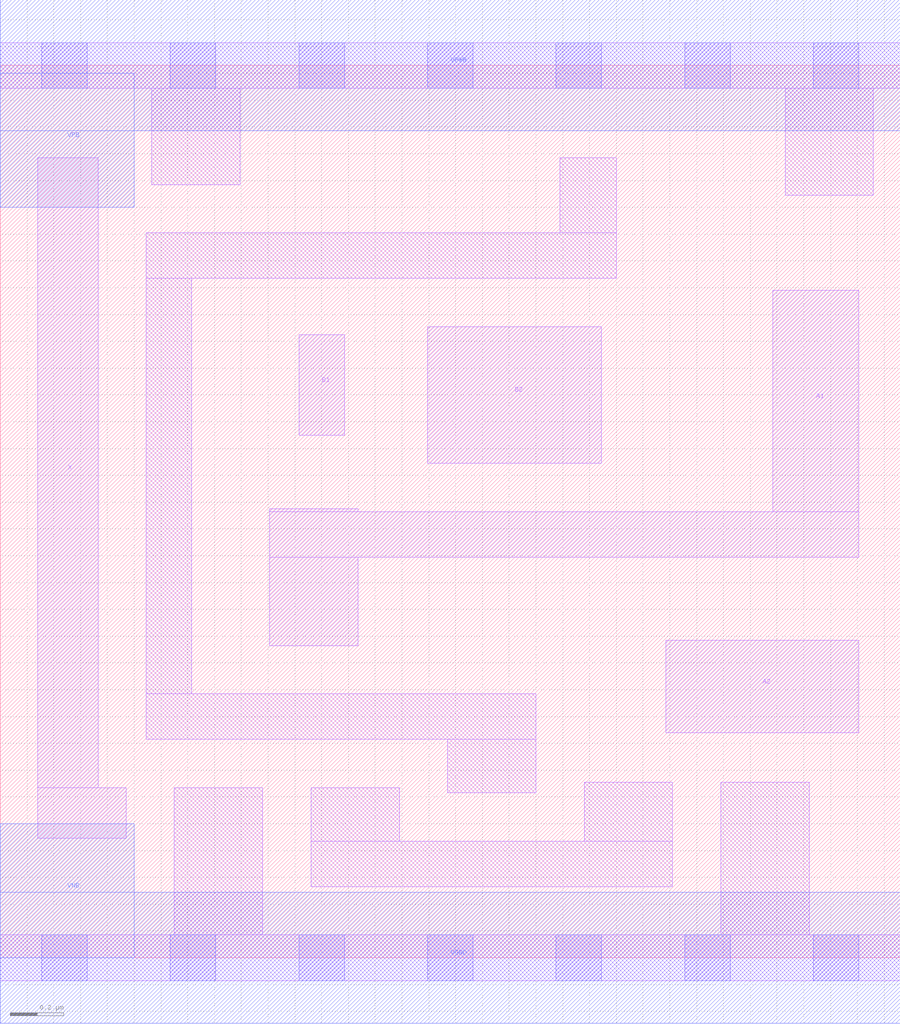
<source format=lef>
# Copyright 2020 The SkyWater PDK Authors
#
# Licensed under the Apache License, Version 2.0 (the "License");
# you may not use this file except in compliance with the License.
# You may obtain a copy of the License at
#
#     https://www.apache.org/licenses/LICENSE-2.0
#
# Unless required by applicable law or agreed to in writing, software
# distributed under the License is distributed on an "AS IS" BASIS,
# WITHOUT WARRANTIES OR CONDITIONS OF ANY KIND, either express or implied.
# See the License for the specific language governing permissions and
# limitations under the License.
#
# SPDX-License-Identifier: Apache-2.0

VERSION 5.5 ;
NAMESCASESENSITIVE ON ;
BUSBITCHARS "[]" ;
DIVIDERCHAR "/" ;
MACRO sky130_fd_sc_lp__o22a_m
  CLASS CORE ;
  SOURCE USER ;
  ORIGIN  0.000000  0.000000 ;
  SIZE  3.360000 BY  3.330000 ;
  SYMMETRY X Y R90 ;
  SITE unit ;
  PIN A1
    ANTENNAGATEAREA  0.126000 ;
    DIRECTION INPUT ;
    USE SIGNAL ;
    PORT
      LAYER li1 ;
        RECT 1.005000 1.165000 1.335000 1.495000 ;
        RECT 1.005000 1.495000 3.205000 1.665000 ;
        RECT 1.005000 1.665000 1.335000 1.675000 ;
        RECT 2.885000 1.665000 3.205000 2.490000 ;
    END
  END A1
  PIN A2
    ANTENNAGATEAREA  0.126000 ;
    DIRECTION INPUT ;
    USE SIGNAL ;
    PORT
      LAYER li1 ;
        RECT 2.485000 0.840000 3.205000 1.185000 ;
    END
  END A2
  PIN B1
    ANTENNAGATEAREA  0.126000 ;
    DIRECTION INPUT ;
    USE SIGNAL ;
    PORT
      LAYER li1 ;
        RECT 1.115000 1.950000 1.285000 2.325000 ;
    END
  END B1
  PIN B2
    ANTENNAGATEAREA  0.126000 ;
    DIRECTION INPUT ;
    USE SIGNAL ;
    PORT
      LAYER li1 ;
        RECT 1.595000 1.845000 2.245000 2.355000 ;
    END
  END B2
  PIN X
    ANTENNADIFFAREA  0.239400 ;
    DIRECTION OUTPUT ;
    USE SIGNAL ;
    PORT
      LAYER li1 ;
        RECT 0.140000 0.445000 0.470000 0.635000 ;
        RECT 0.140000 0.635000 0.365000 2.985000 ;
    END
  END X
  PIN VGND
    DIRECTION INOUT ;
    USE GROUND ;
    PORT
      LAYER met1 ;
        RECT 0.000000 -0.245000 3.360000 0.245000 ;
    END
  END VGND
  PIN VNB
    DIRECTION INOUT ;
    USE GROUND ;
    PORT
      LAYER met1 ;
        RECT 0.000000 0.000000 0.500000 0.500000 ;
    END
  END VNB
  PIN VPB
    DIRECTION INOUT ;
    USE POWER ;
    PORT
      LAYER met1 ;
        RECT 0.000000 2.800000 0.500000 3.300000 ;
    END
  END VPB
  PIN VPWR
    DIRECTION INOUT ;
    USE POWER ;
    PORT
      LAYER met1 ;
        RECT 0.000000 3.085000 3.360000 3.575000 ;
    END
  END VPWR
  OBS
    LAYER li1 ;
      RECT 0.000000 -0.085000 3.360000 0.085000 ;
      RECT 0.000000  3.245000 3.360000 3.415000 ;
      RECT 0.545000  0.815000 2.000000 0.985000 ;
      RECT 0.545000  0.985000 0.715000 2.535000 ;
      RECT 0.545000  2.535000 2.300000 2.705000 ;
      RECT 0.565000  2.885000 0.895000 3.245000 ;
      RECT 0.650000  0.085000 0.980000 0.635000 ;
      RECT 1.160000  0.265000 2.510000 0.435000 ;
      RECT 1.160000  0.435000 1.490000 0.635000 ;
      RECT 1.670000  0.615000 2.000000 0.815000 ;
      RECT 2.090000  2.705000 2.300000 2.985000 ;
      RECT 2.180000  0.435000 2.510000 0.655000 ;
      RECT 2.690000  0.085000 3.020000 0.655000 ;
      RECT 2.930000  2.845000 3.260000 3.245000 ;
    LAYER mcon ;
      RECT 0.155000 -0.085000 0.325000 0.085000 ;
      RECT 0.155000  3.245000 0.325000 3.415000 ;
      RECT 0.635000 -0.085000 0.805000 0.085000 ;
      RECT 0.635000  3.245000 0.805000 3.415000 ;
      RECT 1.115000 -0.085000 1.285000 0.085000 ;
      RECT 1.115000  3.245000 1.285000 3.415000 ;
      RECT 1.595000 -0.085000 1.765000 0.085000 ;
      RECT 1.595000  3.245000 1.765000 3.415000 ;
      RECT 2.075000 -0.085000 2.245000 0.085000 ;
      RECT 2.075000  3.245000 2.245000 3.415000 ;
      RECT 2.555000 -0.085000 2.725000 0.085000 ;
      RECT 2.555000  3.245000 2.725000 3.415000 ;
      RECT 3.035000 -0.085000 3.205000 0.085000 ;
      RECT 3.035000  3.245000 3.205000 3.415000 ;
  END
END sky130_fd_sc_lp__o22a_m

</source>
